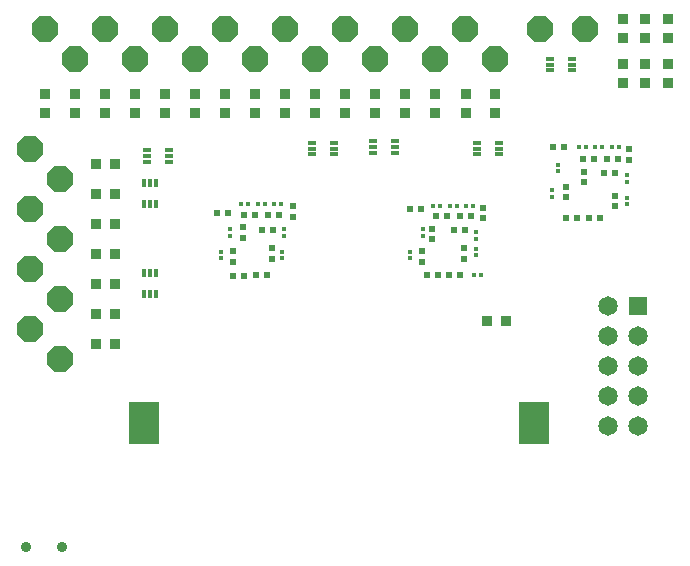
<source format=gbr>
G04 EAGLE Gerber RS-274X export*
G75*
%MOMM*%
%FSLAX34Y34*%
%LPD*%
%INSoldermask Bottom*%
%IPPOS*%
%AMOC8*
5,1,8,0,0,1.08239X$1,22.5*%
G01*
%ADD10R,0.600000X0.620000*%
%ADD11R,0.365000X0.330000*%
%ADD12R,0.620000X0.600000*%
%ADD13R,0.330000X0.365000*%
%ADD14P,2.336880X8X22.500000*%
%ADD15R,0.300000X0.650000*%
%ADD16R,0.650000X0.300000*%
%ADD17R,1.650000X1.650000*%
%ADD18C,1.650000*%
%ADD19R,0.950000X0.900000*%
%ADD20R,0.900000X0.950000*%
%ADD21C,0.900000*%
%ADD22R,2.500000X3.600000*%


D10*
X-119860Y420370D03*
X-129060Y420370D03*
D11*
X-195860Y312420D03*
X-190220Y312420D03*
D10*
X-103660Y410210D03*
X-94460Y410210D03*
X-235740Y312420D03*
X-226540Y312420D03*
X-399570Y311150D03*
X-390370Y311150D03*
X-108430Y360680D03*
X-117630Y360680D03*
D12*
X-187960Y369090D03*
X-187960Y359890D03*
X-102870Y390370D03*
X-102870Y399570D03*
D10*
X-85880Y398780D03*
X-76680Y398780D03*
D12*
X-349250Y370360D03*
X-349250Y361160D03*
D10*
X-83340Y410210D03*
X-74140Y410210D03*
D12*
X-118110Y386870D03*
X-118110Y377670D03*
X-231140Y342110D03*
X-231140Y351310D03*
D10*
X-207800Y361950D03*
X-198600Y361950D03*
X-240510Y368300D03*
X-249710Y368300D03*
D12*
X-204470Y325600D03*
X-204470Y334800D03*
D10*
X-228120Y361950D03*
X-218920Y361950D03*
D12*
X-240030Y332260D03*
X-240030Y323060D03*
D10*
X-212880Y350520D03*
X-203680Y350520D03*
X-370360Y363220D03*
X-361160Y363220D03*
X-404340Y364490D03*
X-413540Y364490D03*
X-390680Y363220D03*
X-381480Y363220D03*
D12*
X-367030Y325600D03*
X-367030Y334800D03*
X-391160Y343380D03*
X-391160Y352580D03*
D10*
X-98580Y360680D03*
X-89380Y360680D03*
X-375440Y350520D03*
X-366240Y350520D03*
D12*
X-400050Y332260D03*
X-400050Y323060D03*
D10*
X-216690Y312420D03*
X-207490Y312420D03*
D13*
X-250190Y331750D03*
X-250190Y326110D03*
D11*
X-92990Y420370D03*
X-87350Y420370D03*
X-106960Y420370D03*
X-101320Y420370D03*
D13*
X-402590Y345160D03*
X-402590Y350800D03*
D11*
X-79020Y420370D03*
X-73380Y420370D03*
D13*
X-66040Y390880D03*
X-66040Y396520D03*
D12*
X-64770Y418620D03*
X-64770Y409420D03*
D13*
X-129540Y383820D03*
X-129540Y378180D03*
X-194310Y328650D03*
X-194310Y334290D03*
X-238760Y345160D03*
X-238760Y350800D03*
X-194310Y342620D03*
X-194310Y348260D03*
D11*
X-216180Y370840D03*
X-210540Y370840D03*
X-202210Y370840D03*
X-196570Y370840D03*
X-230150Y370840D03*
X-224510Y370840D03*
D13*
X-124460Y399770D03*
X-124460Y405410D03*
D12*
X-76200Y370050D03*
X-76200Y379250D03*
D13*
X-66040Y371830D03*
X-66040Y377470D03*
X-356870Y345160D03*
X-356870Y350800D03*
X-410210Y331750D03*
X-410210Y326110D03*
D11*
X-364770Y372110D03*
X-359130Y372110D03*
X-378740Y372110D03*
X-373100Y372110D03*
X-392710Y372110D03*
X-387070Y372110D03*
D13*
X-358140Y326110D03*
X-358140Y331750D03*
D10*
X-380520Y312420D03*
X-371320Y312420D03*
D14*
X-177800Y495300D03*
X-203200Y520700D03*
X-431800Y495300D03*
X-457200Y520700D03*
X-482600Y495300D03*
X-508000Y520700D03*
X-533400Y495300D03*
X-558800Y520700D03*
X-571500Y419100D03*
X-546100Y393700D03*
X-571500Y368300D03*
X-546100Y342900D03*
X-228600Y495300D03*
X-571500Y317500D03*
X-546100Y292100D03*
X-571500Y266700D03*
X-546100Y241300D03*
X-254000Y520700D03*
X-279400Y495300D03*
X-304800Y520700D03*
X-330200Y495300D03*
X-355600Y520700D03*
X-381000Y495300D03*
X-406400Y520700D03*
D15*
X-464900Y371750D03*
X-469900Y371750D03*
X-474900Y371750D03*
X-474900Y390250D03*
X-469900Y390250D03*
X-464900Y390250D03*
X-464900Y295550D03*
X-469900Y295550D03*
X-474900Y295550D03*
X-474900Y314050D03*
X-469900Y314050D03*
X-464900Y314050D03*
D16*
X-193400Y414100D03*
X-193400Y419100D03*
X-193400Y424100D03*
X-174900Y424100D03*
X-174900Y419100D03*
X-174900Y414100D03*
X-281030Y415370D03*
X-281030Y420370D03*
X-281030Y425370D03*
X-262530Y425370D03*
X-262530Y420370D03*
X-262530Y415370D03*
X-333100Y414100D03*
X-333100Y419100D03*
X-333100Y424100D03*
X-314600Y424100D03*
X-314600Y419100D03*
X-314600Y414100D03*
X-472800Y407750D03*
X-472800Y412750D03*
X-472800Y417750D03*
X-454300Y417750D03*
X-454300Y412750D03*
X-454300Y407750D03*
X-112670Y495220D03*
X-112670Y490220D03*
X-112670Y485220D03*
X-131170Y485220D03*
X-131170Y490220D03*
X-131170Y495220D03*
D17*
X-57150Y285750D03*
D18*
X-82550Y285750D03*
X-57150Y260350D03*
X-82550Y260350D03*
X-57150Y234950D03*
X-82550Y234950D03*
X-57150Y209550D03*
X-82550Y209550D03*
X-57150Y184150D03*
X-82550Y184150D03*
D19*
X-508000Y465200D03*
X-508000Y449200D03*
X-533400Y465200D03*
X-533400Y449200D03*
X-482600Y465200D03*
X-482600Y449200D03*
X-457200Y465200D03*
X-457200Y449200D03*
X-431800Y465200D03*
X-431800Y449200D03*
X-406400Y465200D03*
X-406400Y449200D03*
X-381000Y465200D03*
X-381000Y449200D03*
X-355600Y465200D03*
X-355600Y449200D03*
X-330200Y449200D03*
X-330200Y465200D03*
X-304800Y465200D03*
X-304800Y449200D03*
X-279400Y465200D03*
X-279400Y449200D03*
D20*
X-516000Y254000D03*
X-500000Y254000D03*
D19*
X-254000Y465200D03*
X-254000Y449200D03*
X-228600Y465200D03*
X-228600Y449200D03*
X-202946Y465454D03*
X-202946Y449454D03*
X-177800Y465200D03*
X-177800Y449200D03*
D20*
X-516000Y279400D03*
X-500000Y279400D03*
X-516000Y304800D03*
X-500000Y304800D03*
X-516000Y330200D03*
X-500000Y330200D03*
D19*
X-50800Y512700D03*
X-50800Y528700D03*
X-50800Y490600D03*
X-50800Y474600D03*
D20*
X-168530Y273050D03*
X-184530Y273050D03*
D19*
X-31750Y512700D03*
X-31750Y528700D03*
X-31750Y490600D03*
X-31750Y474600D03*
D20*
X-516000Y355600D03*
X-500000Y355600D03*
D19*
X-69850Y490600D03*
X-69850Y474600D03*
X-69850Y512700D03*
X-69850Y528700D03*
D20*
X-516000Y381000D03*
X-500000Y381000D03*
X-516000Y406400D03*
X-500000Y406400D03*
D19*
X-558800Y465200D03*
X-558800Y449200D03*
D14*
X-139700Y520700D03*
D21*
X-574950Y81560D03*
X-544950Y81560D03*
D14*
X-101600Y520700D03*
D22*
X-144880Y186690D03*
X-474880Y186690D03*
M02*

</source>
